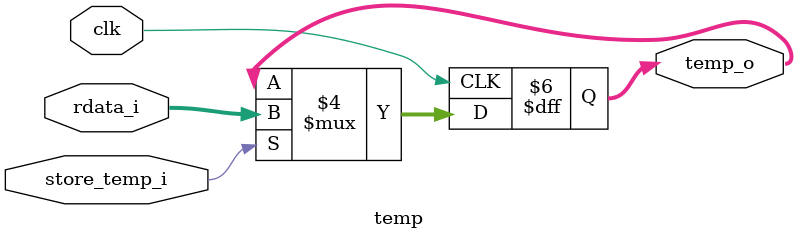
<source format=sv>

module temp(
	input wire clk,
	input wire [7:0] rdata_i,
	input wire store_temp_i,
	output reg [7:0] temp_o
);

//reg [7:0] ntemp;

always_ff @(posedge clk)
begin
	if (store_temp_i == 1)
	begin
		temp_o <= rdata_i;
	end
	else
	begin
		temp_o <= temp_o;
	end
end
endmodule

</source>
